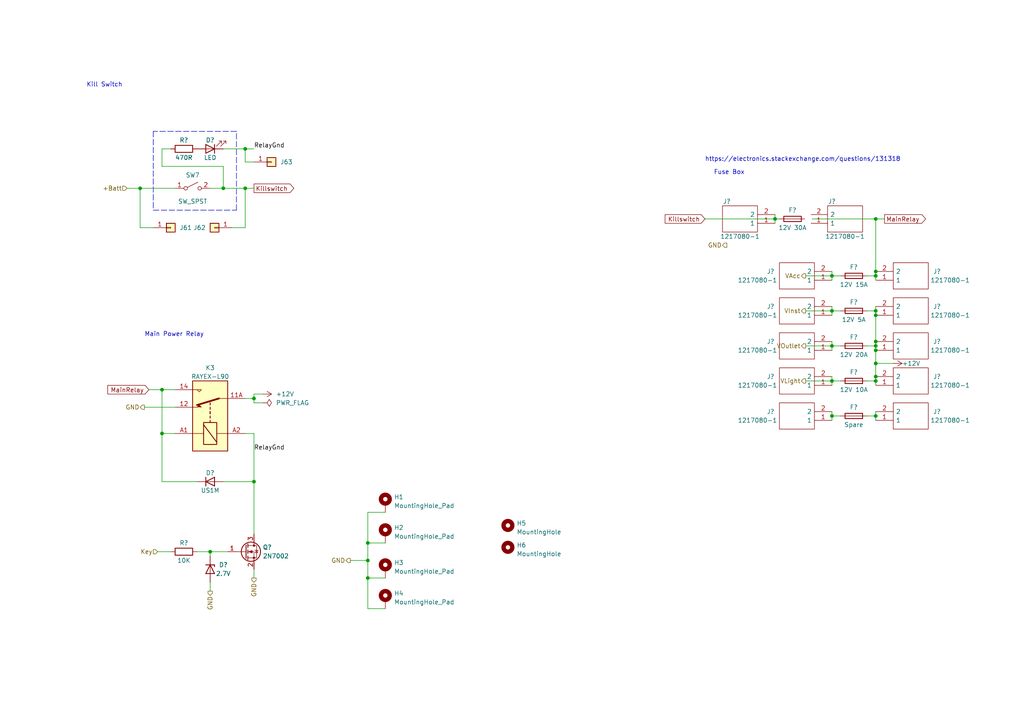
<source format=kicad_sch>
(kicad_sch (version 20230121) (generator eeschema)
  (paper "A4")
  (title_block (comment 4 "Wire gauge: 1mm² / 18AWG"))
  (lib_symbols
    (symbol "+12V_1" (power) (pin_names (offset 0))
      (property "Value" "+12V_1" (at 0 3.556 0))
      (symbol "+12V_1_0_1"
        (polyline (pts (xy -0.762 1.27) (xy 0 2.54)))
        (polyline (pts (xy 0 0) (xy 0 2.54)))
        (polyline (pts (xy 0 2.54) (xy 0.762 1.27)))
      )
      (symbol "+12V_1_1_1"
        (pin power_in line (at 0 0 90) (length 0) hide (name "+12V") (number "1"))
      )
    )
    (symbol "Connector_Generic:Conn_01x01" (pin_names (offset 1.016) hide)
      (property "Reference" "J" (at 0 2.54 0))
      (property "Value" "Conn_01x01" (at 0 -2.54 0))
      (symbol "Conn_01x01_1_1"
        (rectangle (start -1.27 0.127) (end 0 -0.127) (stroke (width 0.1524)))
        (rectangle (start -1.27 1.27) (end 1.27 -1.27) (stroke (width 0.254)) (fill (type background)))
        (pin passive line (at -5.08 0 0) (length 3.81) (name "Pin_1") (number "1"))
      )
    )
    (symbol "Device:Fuse" (pin_numbers hide) (pin_names (offset 0))
      (property "Reference" "F" (at 2.032 0 90))
      (property "Value" "Fuse" (at -1.905 0 90))
      (symbol "Fuse_0_1"
        (rectangle (start -0.762 -2.54) (end 0.762 2.54) (stroke (width 0.254)))
        (polyline (pts (xy 0 2.54) (xy 0 -2.54)))
      )
      (symbol "Fuse_1_1"
        (pin passive line (at 0 3.81 270) (length 1.27) (name "~") (number "1"))
        (pin passive line (at 0 -3.81 90) (length 1.27) (name "~") (number "2"))
      )
    )
    (symbol "Device:LED" (pin_numbers hide) (pin_names (offset 1.016) hide)
      (property "Reference" "D" (at 0 2.54 0))
      (property "Value" "LED" (at 0 -2.54 0))
      (symbol "LED_0_1"
        (polyline (pts (xy -1.27 -1.27) (xy -1.27 1.27)) (stroke (width 0.254)))
        (polyline (pts (xy -1.27 0) (xy 1.27 0)))
        (polyline (pts (xy 1.27 -1.27) (xy 1.27 1.27) (xy -1.27 0) (xy 1.27 -1.27)) (stroke (width 0.254)))
        (polyline (pts (xy -3.048 -0.762) (xy -4.572 -2.286) (xy -3.81 -2.286) (xy -4.572 -2.286) (xy -4.572 -1.524)))
        (polyline (pts (xy -1.778 -0.762) (xy -3.302 -2.286) (xy -2.54 -2.286) (xy -3.302 -2.286) (xy -3.302 -1.524)))
      )
      (symbol "LED_1_1"
        (pin passive line (at -3.81 0 0) (length 2.54) (name "K") (number "1"))
        (pin passive line (at 3.81 0 180) (length 2.54) (name "A") (number "2"))
      )
    )
    (symbol "Device:R" (pin_numbers hide) (pin_names (offset 0))
      (property "Reference" "R" (at 2.032 0 90))
      (property "Value" "R" (at 0 0 90))
      (symbol "R_0_1"
        (rectangle (start -1.016 -2.54) (end 1.016 2.54) (stroke (width 0.254)))
      )
      (symbol "R_1_1"
        (pin passive line (at 0 3.81 270) (length 1.27) (name "~") (number "1"))
        (pin passive line (at 0 -3.81 90) (length 1.27) (name "~") (number "2"))
      )
    )
    (symbol "Diode:BZV55C2V7" (pin_numbers hide) (pin_names hide)
      (property "Reference" "D" (at 0 2.54 0))
      (property "Value" "BZV55C2V7" (at 0 -2.54 0))
      (symbol "BZV55C2V7_0_1"
        (polyline (pts (xy 1.27 0) (xy -1.27 0)))
        (polyline (pts (xy -1.27 -1.27) (xy -1.27 1.27) (xy -0.762 1.27)) (stroke (width 0.254)))
        (polyline (pts (xy 1.27 -1.27) (xy 1.27 1.27) (xy -1.27 0) (xy 1.27 -1.27)) (stroke (width 0.254)))
      )
      (symbol "BZV55C2V7_1_1"
        (pin passive line (at -3.81 0 0) (length 2.54) (name "K") (number "1"))
        (pin passive line (at 3.81 0 180) (length 2.54) (name "A") (number "2"))
      )
    )
    (symbol "Diode:US1M" (pin_numbers hide) (pin_names hide)
      (property "Reference" "D" (at 0 2.54 0))
      (property "Value" "US1M" (at 0 -2.54 0))
      (symbol "US1M_0_1"
        (polyline (pts (xy -1.27 1.27) (xy -1.27 -1.27)) (stroke (width 0.254)))
        (polyline (pts (xy 1.27 0) (xy -1.27 0)))
        (polyline (pts (xy 1.27 1.27) (xy 1.27 -1.27) (xy -1.27 0) (xy 1.27 1.27)) (stroke (width 0.254)))
      )
      (symbol "US1M_1_1"
        (pin passive line (at -3.81 0 0) (length 2.54) (name "K") (number "1"))
        (pin passive line (at 3.81 0 180) (length 2.54) (name "A") (number "2"))
      )
    )
    (symbol "Mechanical:MountingHole" (pin_names (offset 1.016))
      (property "Reference" "H" (at 0 5.08 0))
      (property "Value" "MountingHole" (at 0 3.175 0))
      (symbol "MountingHole_0_1"
        (circle (center 0 0) (radius 1.27) (stroke (width 1.27)))
      )
    )
    (symbol "Mechanical:MountingHole_Pad" (pin_numbers hide) (pin_names (offset 1.016) hide)
      (property "Reference" "H" (at 0 6.35 0))
      (property "Value" "MountingHole_Pad" (at 0 4.445 0))
      (symbol "MountingHole_Pad_0_1"
        (circle (center 0 1.27) (radius 1.27) (stroke (width 1.27)))
      )
      (symbol "MountingHole_Pad_1_1"
        (pin input line (at 0 -2.54 90) (length 2.54) (name "1") (number "1"))
      )
    )
    (symbol "Relay:RAYEX-L90"
      (property "Reference" "K" (at 11.43 3.81 0))
      (property "Value" "RAYEX-L90" (at 11.43 1.27 0))
      (symbol "RAYEX-L90_1_0"
        (polyline (pts (xy 2.54 3.81) (xy 2.54 5.08)))
        (polyline (pts (xy 7.62 3.81) (xy 7.62 5.08)))
        (polyline (pts (xy 7.62 3.81) (xy 7.62 2.54) (xy 6.985 3.175) (xy 7.62 3.81)))
      )
      (symbol "RAYEX-L90_1_1"
        (rectangle (start -10.16 5.08) (end 10.16 -5.08) (stroke (width 0.254)) (fill (type background)))
        (rectangle (start -8.255 1.905) (end -1.905 -1.905) (stroke (width 0.254)))
        (polyline (pts (xy -7.62 -1.905) (xy -2.54 1.905)) (stroke (width 0.254)))
        (polyline (pts (xy -5.08 -5.08) (xy -5.08 -1.905)))
        (polyline (pts (xy -5.08 5.08) (xy -5.08 1.905)))
        (polyline (pts (xy -1.905 0) (xy -1.27 0)) (stroke (width 0.254)))
        (polyline (pts (xy -0.635 0) (xy 0 0)) (stroke (width 0.254)))
        (polyline (pts (xy 0.635 0) (xy 1.27 0)) (stroke (width 0.254)))
        (polyline (pts (xy 0.635 0) (xy 1.27 0)) (stroke (width 0.254)))
        (polyline (pts (xy 1.905 0) (xy 2.54 0)) (stroke (width 0.254)))
        (polyline (pts (xy 3.175 0) (xy 3.81 0)) (stroke (width 0.254)))
        (polyline (pts (xy 5.08 -2.54) (xy 3.175 3.81)) (stroke (width 0.508)))
        (polyline (pts (xy 5.08 -2.54) (xy 5.08 -5.08)))
        (polyline (pts (xy 2.54 2.54) (xy 3.175 3.175) (xy 2.54 3.81)) (fill (type outline)))
        (pin passive line (at 5.08 -10.16 90) (length 5.08) (name "~") (number "11A"))
        (pin passive line (at 5.08 -10.16 90) (length 5.08) hide (name "~") (number "11B"))
        (pin passive line (at 2.54 10.16 270) (length 5.08) (name "~") (number "12"))
        (pin passive line (at 7.62 10.16 270) (length 5.08) (name "~") (number "14"))
        (pin passive line (at -5.08 10.16 270) (length 5.08) (name "~") (number "A1"))
        (pin passive line (at -5.08 -10.16 90) (length 5.08) (name "~") (number "A2"))
      )
    )
    (symbol "SamacSys_Parts:1217080-1" (pin_names (offset 0.762))
      (property "Reference" "J" (at 16.51 7.62 0))
      (property "Value" "1217080-1" (at 16.51 5.08 0))
      (symbol "1217080-1_0_0"
        (pin passive line (at 0 0 0) (length 5.08) (name "1") (number "1"))
        (pin passive line (at 0 -2.54 0) (length 5.08) (name "2") (number "2"))
      )
      (symbol "1217080-1_0_1"
        (polyline (pts (xy 5.08 2.54) (xy 15.24 2.54) (xy 15.24 -5.08) (xy 5.08 -5.08) (xy 5.08 2.54)) (stroke (width 0.1524)))
      )
    )
    (symbol "Switch:SW_SPST" (pin_names (offset 0) hide)
      (property "Reference" "SW" (at 0 3.175 0))
      (property "Value" "SW_SPST" (at 0 -2.54 0))
      (symbol "SW_SPST_0_0"
        (circle (center -2.032 0) (radius 0.508))
        (polyline (pts (xy -1.524 0.254) (xy 1.524 1.778)))
        (circle (center 2.032 0) (radius 0.508))
      )
      (symbol "SW_SPST_1_1"
        (pin passive line (at -5.08 0 0) (length 2.54) (name "A") (number "1"))
        (pin passive line (at 5.08 0 180) (length 2.54) (name "B") (number "2"))
      )
    )
    (symbol "Transistor_FET:2N7002" (pin_names hide)
      (property "Reference" "Q" (at 5.08 1.905 0))
      (property "Value" "2N7002" (at 5.08 0 0))
      (symbol "2N7002_0_1"
        (polyline (pts (xy 0.254 0) (xy -2.54 0)))
        (polyline (pts (xy 0.254 1.905) (xy 0.254 -1.905)) (stroke (width 0.254)))
        (polyline (pts (xy 0.762 -1.27) (xy 0.762 -2.286)) (stroke (width 0.254)))
        (polyline (pts (xy 0.762 0.508) (xy 0.762 -0.508)) (stroke (width 0.254)))
        (polyline (pts (xy 0.762 2.286) (xy 0.762 1.27)) (stroke (width 0.254)))
        (polyline (pts (xy 2.54 2.54) (xy 2.54 1.778)))
        (polyline (pts (xy 2.54 -2.54) (xy 2.54 0) (xy 0.762 0)))
        (polyline (pts (xy 0.762 -1.778) (xy 3.302 -1.778) (xy 3.302 1.778) (xy 0.762 1.778)))
        (polyline (pts (xy 1.016 0) (xy 2.032 0.381) (xy 2.032 -0.381) (xy 1.016 0)) (fill (type outline)))
        (polyline (pts (xy 2.794 0.508) (xy 2.921 0.381) (xy 3.683 0.381) (xy 3.81 0.254)))
        (polyline (pts (xy 3.302 0.381) (xy 2.921 -0.254) (xy 3.683 -0.254) (xy 3.302 0.381)))
        (circle (center 1.651 0) (radius 2.794) (stroke (width 0.254)))
        (circle (center 2.54 -1.778) (radius 0.254) (fill (type outline)))
        (circle (center 2.54 1.778) (radius 0.254) (fill (type outline)))
      )
      (symbol "2N7002_1_1"
        (pin input line (at -5.08 0 0) (length 2.54) (name "G") (number "1"))
        (pin passive line (at 2.54 -5.08 90) (length 2.54) (name "S") (number "2"))
        (pin passive line (at 2.54 5.08 270) (length 2.54) (name "D") (number "3"))
      )
    )
    (symbol "power:PWR_FLAG" (power) (pin_numbers hide) (pin_names (offset 0) hide)
      (property "Value" "PWR_FLAG" (at 0 3.81 0))
      (symbol "PWR_FLAG_0_0"
        (pin power_out line (at 0 0 90) (length 0) (name "pwr") (number "1"))
      )
      (symbol "PWR_FLAG_0_1"
        (polyline (pts (xy 0 0) (xy 0 1.27) (xy -1.016 1.905) (xy 0 2.54) (xy 1.016 1.905) (xy 0 1.27)))
      )
    )
  )
  (junction (at 241.3 120.65))
  (junction (at 254 109.22))
  (junction (at 224.79 63.5))
  (junction (at 254 91.44))
  (junction (at 254 90.17))
  (junction (at 73.66 139.7))
  (junction (at 106.68 167.64))
  (junction (at 241.3 100.33))
  (junction (at 40.64 54.61))
  (junction (at 254 63.5))
  (junction (at 46.99 113.03))
  (junction (at 254 110.49))
  (junction (at 254 101.6))
  (junction (at 241.3 80.01))
  (junction (at 64.77 54.61))
  (junction (at 106.68 157.48))
  (junction (at 71.12 43.18))
  (junction (at 241.3 110.49))
  (junction (at 254 80.01))
  (junction (at 254 78.74))
  (junction (at 254 99.06))
  (junction (at 234.95 63.5) (color 255 255 255 1))
  (junction (at 241.3 90.17))
  (junction (at 60.96 160.02))
  (junction (at 254 105.41))
  (junction (at 71.12 54.61))
  (junction (at 73.66 115.57))
  (junction (at 254 100.33))
  (junction (at 46.99 125.73))
  (junction (at 106.68 162.56))
  (junction (at 254 120.65))
  (wire (pts (xy 241.3 80.01) (xy 241.3 81.28)))
  (wire (pts (xy 46.99 139.7) (xy 46.99 125.73)))
  (wire (pts (xy 45.72 160.02) (xy 49.53 160.02)))
  (wire (pts (xy 43.18 113.03) (xy 46.99 113.03)))
  (wire (pts (xy 76.2 116.84) (xy 73.66 116.84)))
  (wire (pts (xy 73.66 116.84) (xy 73.66 115.57)))
  (wire (pts (xy 233.68 90.17) (xy 241.3 90.17)))
  (wire (pts (xy 73.66 46.99) (xy 71.12 46.99)))
  (wire (pts (xy 254 88.9) (xy 254 90.17)))
  (wire (pts (xy 73.66 139.7) (xy 73.66 154.94)))
  (wire (pts (xy 241.3 120.65) (xy 241.3 121.92)))
  (wire (pts (xy 254 91.44) (xy 254 99.06)))
  (wire (pts (xy 254 119.38) (xy 254 120.65)))
  (wire (pts (xy 234.95 63.5) (xy 254 63.5)))
  (wire (pts (xy 64.77 139.7) (xy 73.66 139.7)))
  (wire (pts (xy 224.79 63.5) (xy 226.06 63.5)))
  (wire (pts (xy 67.31 66.04) (xy 71.12 66.04)))
  (wire (pts (xy 60.96 161.29) (xy 60.96 160.02)))
  (wire (pts (xy 71.12 66.04) (xy 71.12 54.61)))
  (wire (pts (xy 233.68 63.5) (xy 234.95 63.5)) (stroke (width 0.5) (color 255 255 255 1)))
  (wire (pts (xy 106.68 157.48) (xy 111.76 157.48)))
  (wire (pts (xy 57.15 139.7) (xy 46.99 139.7)))
  (wire (pts (xy 106.68 162.56) (xy 106.68 157.48)))
  (wire (pts (xy 241.3 78.74) (xy 241.3 80.01)))
  (wire (pts (xy 64.77 43.18) (xy 71.12 43.18)))
  (wire (pts (xy 233.68 100.33) (xy 241.3 100.33)))
  (wire (pts (xy 254 90.17) (xy 254 91.44)))
  (wire (pts (xy 111.76 148.59) (xy 106.68 148.59)))
  (wire (pts (xy 233.68 110.49) (xy 241.3 110.49)))
  (wire (pts (xy 234.95 63.5) (xy 234.95 64.77)) (stroke (width 0.5) (color 255 255 255 1)))
  (wire (pts (xy 251.46 120.65) (xy 254 120.65)))
  (wire (pts (xy 254 80.01) (xy 254 81.28)))
  (wire (pts (xy 251.46 110.49) (xy 254 110.49)))
  (wire (pts (xy 60.96 160.02) (xy 66.04 160.02)))
  (wire (pts (xy 44.45 66.04) (xy 40.64 66.04)))
  (wire (pts (xy 241.3 110.49) (xy 241.3 111.76)))
  (wire (pts (xy 64.77 48.26) (xy 64.77 54.61)))
  (wire (pts (xy 254 100.33) (xy 254 101.6)))
  (polyline (pts (xy 44.45 60.96) (xy 68.58 60.96)) (stroke (width 0) (type dash)))
  (wire (pts (xy 106.68 162.56) (xy 106.68 167.64)))
  (wire (pts (xy 254 110.49) (xy 254 111.76)))
  (wire (pts (xy 233.68 80.01) (xy 241.3 80.01)))
  (wire (pts (xy 241.3 109.22) (xy 241.3 110.49)))
  (wire (pts (xy 71.12 46.99) (xy 71.12 43.18)))
  (wire (pts (xy 101.6 162.56) (xy 106.68 162.56)))
  (wire (pts (xy 46.99 113.03) (xy 50.8 113.03)))
  (wire (pts (xy 241.3 90.17) (xy 241.3 91.44)))
  (wire (pts (xy 224.79 62.23) (xy 224.79 63.5)))
  (wire (pts (xy 71.12 54.61) (xy 73.66 54.61)))
  (wire (pts (xy 259.08 105.41) (xy 254 105.41)))
  (wire (pts (xy 73.66 165.1) (xy 73.66 167.64)))
  (wire (pts (xy 204.47 63.5) (xy 224.79 63.5)))
  (wire (pts (xy 234.95 62.23) (xy 234.95 63.5)) (stroke (width 0.5) (color 255 255 255 1)))
  (wire (pts (xy 71.12 115.57) (xy 73.66 115.57)))
  (wire (pts (xy 46.99 43.18) (xy 46.99 48.26)))
  (wire (pts (xy 46.99 125.73) (xy 50.8 125.73)))
  (wire (pts (xy 251.46 80.01) (xy 254 80.01)))
  (wire (pts (xy 241.3 99.06) (xy 241.3 100.33)))
  (wire (pts (xy 251.46 90.17) (xy 254 90.17)))
  (wire (pts (xy 254 105.41) (xy 254 109.22)))
  (wire (pts (xy 241.3 100.33) (xy 243.84 100.33)))
  (wire (pts (xy 40.64 54.61) (xy 50.8 54.61)))
  (wire (pts (xy 241.3 120.65) (xy 243.84 120.65)))
  (wire (pts (xy 71.12 125.73) (xy 73.66 125.73)))
  (wire (pts (xy 254 99.06) (xy 254 100.33)))
  (wire (pts (xy 60.96 54.61) (xy 64.77 54.61)))
  (wire (pts (xy 241.3 119.38) (xy 241.3 120.65)))
  (wire (pts (xy 254 78.74) (xy 254 80.01)))
  (wire (pts (xy 254 63.5) (xy 254 78.74)))
  (wire (pts (xy 73.66 125.73) (xy 73.66 139.7)))
  (wire (pts (xy 64.77 54.61) (xy 71.12 54.61)))
  (wire (pts (xy 254 109.22) (xy 254 110.49)))
  (wire (pts (xy 224.79 63.5) (xy 224.79 64.77)))
  (wire (pts (xy 41.91 118.11) (xy 50.8 118.11)))
  (wire (pts (xy 60.96 168.91) (xy 60.96 171.45)))
  (polyline (pts (xy 68.58 60.96) (xy 68.58 38.1)) (stroke (width 0) (type dash)))
  (wire (pts (xy 36.83 54.61) (xy 40.64 54.61)))
  (wire (pts (xy 106.68 148.59) (xy 106.68 157.48)))
  (wire (pts (xy 57.15 160.02) (xy 60.96 160.02)))
  (wire (pts (xy 40.64 66.04) (xy 40.64 54.61)))
  (wire (pts (xy 46.99 48.26) (xy 64.77 48.26)))
  (wire (pts (xy 251.46 100.33) (xy 254 100.33)))
  (wire (pts (xy 241.3 100.33) (xy 241.3 101.6)))
  (wire (pts (xy 49.53 43.18) (xy 46.99 43.18)))
  (polyline (pts (xy 68.58 38.1) (xy 44.45 38.1)) (stroke (width 0) (type dash)))
  (wire (pts (xy 241.3 80.01) (xy 243.84 80.01)))
  (wire (pts (xy 254 101.6) (xy 254 105.41)))
  (wire (pts (xy 254 63.5) (xy 256.54 63.5)))
  (wire (pts (xy 241.3 90.17) (xy 243.84 90.17)))
  (wire (pts (xy 241.3 88.9) (xy 241.3 90.17)))
  (wire (pts (xy 46.99 113.03) (xy 46.99 125.73)))
  (polyline (pts (xy 44.45 38.1) (xy 44.45 60.96)) (stroke (width 0) (type dash)))
  (wire (pts (xy 254 120.65) (xy 254 121.92)))
  (wire (pts (xy 73.66 114.3) (xy 73.66 115.57)))
  (wire (pts (xy 106.68 167.64) (xy 111.76 167.64)))
  (wire (pts (xy 73.66 114.3) (xy 76.2 114.3)))
  (wire (pts (xy 111.76 176.53) (xy 106.68 176.53)))
  (wire (pts (xy 106.68 176.53) (xy 106.68 167.64)))
  (wire (pts (xy 241.3 110.49) (xy 243.84 110.49)))
  (wire (pts (xy 71.12 43.18) (xy 73.66 43.18)))
  (text "Main Power Relay" (at 41.91 97.79 0) (effects (font (size 1.27 1.27)) (justify left bottom)))
  (text "Kill Switch" (at 35.56 25.4 0) (effects (font (size 1.27 1.27)) (justify right bottom)))
  (text "Fuse Box" (at 207.01 50.8 0) (effects (font (size 1.27 1.27)) (justify left bottom)))
  (text "https://electronics.stackexchange.com/questions/131318" (at 204.47 46.99 0) (effects (font (size 1.27 1.27)) (justify left bottom)))
  (label "RelayGnd" (at 73.66 130.81 0))
  (label "RelayGnd" (at 73.66 43.18 0))
  (global_label "MainRelay" (shape output) (at 256.54 63.5 0) (property "Intersheetrefs" "${INTERSHEET_REFS}" (effects hide)))
  (global_label "Killswitch" (shape input) (at 204.47 63.5 180) (property "Intersheetrefs" "${INTERSHEET_REFS}" (effects hide)))
  (global_label "Killswitch" (shape output) (at 73.66 54.61 0) (property "Intersheetrefs" "${INTERSHEET_REFS}" (effects hide)))
  (global_label "MainRelay" (shape input) (at 43.18 113.03 180) (property "Intersheetrefs" "${INTERSHEET_REFS}" (effects hide)))
  (hierarchical_label "+Batt" (shape input) (at 36.83 54.61 180))
  (hierarchical_label "VInst" (shape output) (at 233.68 90.17 180))
  (hierarchical_label "Key" (shape input) (at 45.72 160.02 180))
  (hierarchical_label "GND" (shape output) (at 101.6 162.56 180))
  (hierarchical_label "GND" (shape output) (at 73.66 167.64 270))
  (hierarchical_label "VOutlet" (shape output) (at 233.68 100.33 180))
  (hierarchical_label "GND" (shape output) (at 41.91 118.11 180))
  (hierarchical_label "VAcc" (shape output) (at 233.68 80.01 180))
  (hierarchical_label "VLight" (shape output) (at 233.68 110.49 180))
  (hierarchical_label "GND" (shape output) (at 60.96 171.45 270))
  (hierarchical_label "GND" (shape output) (at 210.82 71.12 180))
  (symbol (lib_id "Connector_Generic:Conn_01x01") (at 62.23 66.04 0) (mirror y) (unit 1)
    (property "Reference" "J62" (at 59.69 66.04 0) (effects (justify left)))
    (property "Value" "Conn_01x01" (effects hide))
    (property "Footprint" "MountingHole:MountingHole_3.2mm_M3_DIN965_Pad" (effects hide))
  )
  (symbol (lib_id "Device:Fuse") (at 229.87 63.5 270) (mirror x) (unit 1)
    (property "Reference" "F?" (at 229.87 60.96 90))
    (property "Value" "12V 30A" (at 229.87 66.04 90))
    (instances (project "dragstar-infotainment" (path "" (reference "F?") (unit 1)) (path "" (reference "F?") (unit 1)) (path "" (reference "F1") (unit 1))))
  )
  (symbol (lib_id "Connector_Generic:Conn_01x01") (at 78.74 46.99 0) (unit 1)
    (property "Reference" "J63" (at 81.28 46.99 0) (effects (justify left)))
    (property "Value" "Conn_01x01" (effects hide))
    (property "Footprint" "TestPoint:TestPoint_THTPad_D2.5mm_Drill1.2mm" (effects hide))
  )
  (symbol (lib_id "Device:Fuse") (at 247.65 120.65 90) (unit 1)
    (property "Reference" "F?" (at 247.65 118.11 90))
    (property "Value" "Spare" (at 247.65 123.19 90))
    (instances (project "dragstar-infotainment" (path "" (reference "F?") (unit 1)) (path "" (reference "F?") (unit 1)) (path "" (reference "F6") (unit 1))))
  )
  (symbol (lib_id "Diode:US1M") (at 60.96 139.7 0) (unit 1)
    (property "Reference" "D?" (at 60.96 137.16 0))
    (property "Value" "US1M" (at 60.96 142.24 0))
    (property "Footprint" "Diode_SMD:D_SMA" (effects hide))
    (property "Datasheet" "https://www.diodes.com/assets/Datasheets/ds16008.pdf" (effects hide))
    (property "Sim.Device" "D" (effects hide))
    (property "Sim.Pins" "1=K 2=A" (effects hide))
    (property "Vendor" "Mauser" (effects hide))
    (property "Vendor Link" "https://mauser.pt/catalog/product_info.php?products_id=007-0391" (effects hide))
    (property "Vendor Ref" "007-0391" (effects hide))
    (instances (project "dragstar-infotainment" (path "" (reference "D?") (unit 1)) (path "" (reference "D30") (unit 1))))
  )
  (symbol (lib_id "Mechanical:MountingHole") (at 147.32 158.75 0) (unit 1)
    (property "Reference" "H6" (at 149.86 158.115 0) (effects (justify left)))
    (property "Value" "MountingHole" (at 149.86 160.655 0) (effects (justify left)))
    (property "Footprint" "MountingHole:MountingHole_5.3mm_M5_Pad_Via" (effects hide))
  )
  (symbol (lib_id "SamacSys_Parts:1217080-1") (at 241.3 111.76 180) (unit 1)
    (property "Reference" "J?" (at 223.52 109.22 0))
    (property "Value" "1217080-1" (at 219.71 111.76 0))
    (property "Footprint" "1217080-1" (effects hide))
    (property "Datasheet" "http://www.te.com/commerce/DocumentDelivery/DDEController?Action=srchrtrv&DocNm=1217080&DocType=Customer+Drawing&DocLang=English" (effects hide))
    (property "Description" "Receptacle terminal, PCB, FASTON 205/250 TE Connectivity FASTON .205/.250 PCB Terminal, Female, Crimp, Tin Plating" (effects hide))
    (property "Manufacturer_Name" "TE Connectivity" (effects hide))
    (property "Manufacturer_Part_Number" "1217080-1" (effects hide))
    (property "Mouser Part Number" "571-12170801" (effects hide))
    (property "Mouser Price/Stock" "https://www.mouser.co.uk/ProductDetail/TE-Connectivity-AMP/1217080-1?qs=yW2XQG1Ii9FDkxQ9q3B8LA%3D%3D" (effects hide))
    (property "Arrow Part Number" "1217080-1" (effects hide))
    (property "Arrow Price/Stock" "https://www.arrow.com/en/products/1217080-1/te-connectivity?region=europe" (effects hide))
    (instances (project "dragstar-infotainment" (path "" (reference "J?") (unit 1)) (path "" (reference "J69") (unit 1))))
  )
  (symbol (lib_id "Mechanical:MountingHole_Pad") (at 111.76 154.94 0) (unit 1)
    (property "Reference" "H2" (at 114.3 153.035 0) (effects (justify left)))
    (property "Value" "MountingHole_Pad" (at 114.3 155.575 0) (effects (justify left)))
    (property "Footprint" "MountingHole:MountingHole_3.2mm_M3_DIN965_Pad" (effects hide))
  )
  (symbol (lib_id "SamacSys_Parts:1217080-1") (at 241.3 121.92 180) (unit 1)
    (property "Reference" "J?" (at 223.52 119.38 0))
    (property "Value" "1217080-1" (at 219.71 121.92 0))
    (property "Footprint" "1217080-1" (effects hide))
    (property "Datasheet" "http://www.te.com/commerce/DocumentDelivery/DDEController?Action=srchrtrv&DocNm=1217080&DocType=Customer+Drawing&DocLang=English" (effects hide))
    (property "Description" "Receptacle terminal, PCB, FASTON 205/250 TE Connectivity FASTON .205/.250 PCB Terminal, Female, Crimp, Tin Plating" (effects hide))
    (property "Manufacturer_Name" "TE Connectivity" (effects hide))
    (property "Manufacturer_Part_Number" "1217080-1" (effects hide))
    (property "Mouser Part Number" "571-12170801" (effects hide))
    (property "Mouser Price/Stock" "https://www.mouser.co.uk/ProductDetail/TE-Connectivity-AMP/1217080-1?qs=yW2XQG1Ii9FDkxQ9q3B8LA%3D%3D" (effects hide))
    (property "Arrow Part Number" "1217080-1" (effects hide))
    (property "Arrow Price/Stock" "https://www.arrow.com/en/products/1217080-1/te-connectivity?region=europe" (effects hide))
    (instances (project "dragstar-infotainment" (path "" (reference "J?") (unit 1)) (path "" (reference "J70") (unit 1))))
  )
  (symbol (lib_id "SamacSys_Parts:1217080-1") (at 234.95 64.77 0) (mirror x) (unit 1)
    (property "Reference" "J?" (at 241.3 58.42 0))
    (property "Value" "1217080-1" (at 245.11 68.58 0))
    (property "Footprint" "1217080-1" (effects hide))
    (property "Datasheet" "http://www.te.com/commerce/DocumentDelivery/DDEController?Action=srchrtrv&DocNm=1217080&DocType=Customer+Drawing&DocLang=English" (effects hide))
    (property "Description" "Receptacle terminal, PCB, FASTON 205/250 TE Connectivity FASTON .205/.250 PCB Terminal, Female, Crimp, Tin Plating" (effects hide))
    (property "Manufacturer_Name" "TE Connectivity" (effects hide))
    (property "Manufacturer_Part_Number" "1217080-1" (effects hide))
    (property "Mouser Part Number" "571-12170801" (effects hide))
    (property "Mouser Price/Stock" "https://www.mouser.co.uk/ProductDetail/TE-Connectivity-AMP/1217080-1?qs=yW2XQG1Ii9FDkxQ9q3B8LA%3D%3D" (effects hide))
    (property "Arrow Part Number" "1217080-1" (effects hide))
    (property "Arrow Price/Stock" "https://www.arrow.com/en/products/1217080-1/te-connectivity?region=europe" (effects hide))
    (instances (project "dragstar-infotainment" (path "" (reference "J?") (unit 1)) (path "" (reference "J65") (unit 1))))
  )
  (symbol (lib_id "Diode:BZV55C2V7") (at 60.96 165.1 270) (unit 1)
    (property "Reference" "D?" (at 64.77 163.83 90))
    (property "Value" "2.7V" (at 64.77 166.37 90))
    (property "Footprint" "Diode_THT:D_DO-35_SOD27_P7.62mm_Horizontal" (effects hide))
    (property "Datasheet" "https://assets.nexperia.com/documents/data-sheet/BZV55_SER.pdf" (effects hide))
    (property "Vendor" "Mauser" (effects hide))
    (property "Vendor Link" "https://mauser.pt/catalog/product_info.php?products_id=007-0002" (effects hide))
    (property "Vendor Ref" "007-0002" (effects hide))
    (instances (project "dragstar-infotainment" (path "" (reference "D?") (unit 1)) (path "" (reference "D31") (unit 1))))
  )
  (symbol (lib_id "Device:LED") (at 60.96 43.18 180) (unit 1)
    (property "Reference" "D?" (at 60.96 40.64 0))
    (property "Value" "LED" (at 60.96 45.72 0))
    (instances (project "dragstar-infotainment" (path "" (reference "D?") (unit 1)) (path "" (reference "D?") (unit 1)) (path "" (reference "D29") (unit 1))))
  )
  (symbol (lib_id "SamacSys_Parts:1217080-1") (at 254 101.6 0) (mirror x) (unit 1)
    (property "Reference" "J?" (at 271.78 99.06 0))
    (property "Value" "1217080-1" (at 275.59 101.6 0))
    (property "Footprint" "1217080-1" (effects hide))
    (property "Datasheet" "http://www.te.com/commerce/DocumentDelivery/DDEController?Action=srchrtrv&DocNm=1217080&DocType=Customer+Drawing&DocLang=English" (effects hide))
    (property "Description" "Receptacle terminal, PCB, FASTON 205/250 TE Connectivity FASTON .205/.250 PCB Terminal, Female, Crimp, Tin Plating" (effects hide))
    (property "Manufacturer_Name" "TE Connectivity" (effects hide))
    (property "Manufacturer_Part_Number" "1217080-1" (effects hide))
    (property "Mouser Part Number" "571-12170801" (effects hide))
    (property "Mouser Price/Stock" "https://www.mouser.co.uk/ProductDetail/TE-Connectivity-AMP/1217080-1?qs=yW2XQG1Ii9FDkxQ9q3B8LA%3D%3D" (effects hide))
    (property "Arrow Part Number" "1217080-1" (effects hide))
    (property "Arrow Price/Stock" "https://www.arrow.com/en/products/1217080-1/te-connectivity?region=europe" (effects hide))
    (instances (project "dragstar-infotainment" (path "" (reference "J?") (unit 1)) (path "" (reference "J73") (unit 1))))
  )
  (symbol (lib_id "Relay:RAYEX-L90") (at 60.96 120.65 90) (unit 1)
    (property "Reference" "K3" (at 60.96 106.68 90))
    (property "Value" "RAYEX-L90" (at 60.96 109.22 90))
    (property "Footprint" "Local Footprints:Relay_SPDT_RAYEX-L90" (effects hide))
    (property "Datasheet" "https://a3.sofastcdn.com/attachment/7jioKBjnRiiSrjrjknRiwS77gwbf3zmp/L90-SERIES.pdf" (effects hide))
  )
  (symbol (lib_id "Device:Fuse") (at 247.65 100.33 90) (unit 1)
    (property "Reference" "F?" (at 247.65 97.79 90))
    (property "Value" "12V 20A" (at 247.65 102.87 90))
    (instances (project "dragstar-infotainment" (path "" (reference "F?") (unit 1)) (path "" (reference "F?") (unit 1)) (path "" (reference "F4") (unit 1))))
  )
  (symbol (lib_id "SamacSys_Parts:1217080-1") (at 241.3 101.6 180) (unit 1)
    (property "Reference" "J?" (at 223.52 99.06 0))
    (property "Value" "1217080-1" (at 219.71 101.6 0))
    (property "Footprint" "1217080-1" (effects hide))
    (property "Datasheet" "http://www.te.com/commerce/DocumentDelivery/DDEController?Action=srchrtrv&DocNm=1217080&DocType=Customer+Drawing&DocLang=English" (effects hide))
    (property "Description" "Receptacle terminal, PCB, FASTON 205/250 TE Connectivity FASTON .205/.250 PCB Terminal, Female, Crimp, Tin Plating" (effects hide))
    (property "Manufacturer_Name" "TE Connectivity" (effects hide))
    (property "Manufacturer_Part_Number" "1217080-1" (effects hide))
    (property "Mouser Part Number" "571-12170801" (effects hide))
    (property "Mouser Price/Stock" "https://www.mouser.co.uk/ProductDetail/TE-Connectivity-AMP/1217080-1?qs=yW2XQG1Ii9FDkxQ9q3B8LA%3D%3D" (effects hide))
    (property "Arrow Part Number" "1217080-1" (effects hide))
    (property "Arrow Price/Stock" "https://www.arrow.com/en/products/1217080-1/te-connectivity?region=europe" (effects hide))
    (instances (project "dragstar-infotainment" (path "" (reference "J?") (unit 1)) (path "" (reference "J68") (unit 1))))
  )
  (symbol (lib_id "SamacSys_Parts:1217080-1") (at 254 81.28 0) (mirror x) (unit 1)
    (property "Reference" "J?" (at 271.78 78.74 0))
    (property "Value" "1217080-1" (at 275.59 81.28 0))
    (property "Footprint" "1217080-1" (effects hide))
    (property "Datasheet" "http://www.te.com/commerce/DocumentDelivery/DDEController?Action=srchrtrv&DocNm=1217080&DocType=Customer+Drawing&DocLang=English" (effects hide))
    (property "Description" "Receptacle terminal, PCB, FASTON 205/250 TE Connectivity FASTON .205/.250 PCB Terminal, Female, Crimp, Tin Plating" (effects hide))
    (property "Manufacturer_Name" "TE Connectivity" (effects hide))
    (property "Manufacturer_Part_Number" "1217080-1" (effects hide))
    (property "Mouser Part Number" "571-12170801" (effects hide))
    (property "Mouser Price/Stock" "https://www.mouser.co.uk/ProductDetail/TE-Connectivity-AMP/1217080-1?qs=yW2XQG1Ii9FDkxQ9q3B8LA%3D%3D" (effects hide))
    (property "Arrow Part Number" "1217080-1" (effects hide))
    (property "Arrow Price/Stock" "https://www.arrow.com/en/products/1217080-1/te-connectivity?region=europe" (effects hide))
    (instances (project "dragstar-infotainment" (path "" (reference "J?") (unit 1)) (path "" (reference "J71") (unit 1))))
  )
  (symbol (lib_id "Device:Fuse") (at 247.65 110.49 90) (unit 1)
    (property "Reference" "F?" (at 247.65 107.95 90))
    (property "Value" "12V 10A" (at 247.65 113.03 90))
    (instances (project "dragstar-infotainment" (path "" (reference "F?") (unit 1)) (path "" (reference "F?") (unit 1)) (path "" (reference "F5") (unit 1))))
  )
  (symbol (lib_id "power:PWR_FLAG") (at 76.2 116.84 270) (unit 1)
    (property "Reference" "#FLG?" (effects hide))
    (property "Value" "PWR_FLAG" (at 80.01 116.84 90) (effects (justify left)))
    (instances (project "dragstar-infotainment" (path "" (reference "#FLG?") (unit 1)) (path "" (reference "#FLG011") (unit 1))))
  )
  (symbol (lib_id "Switch:SW_SPST") (at 55.88 54.61 0) (unit 1)
    (property "Reference" "SW7" (at 55.88 50.8 0))
    (property "Value" "SW_SPST" (at 55.88 58.42 0))
  )
  (symbol (lib_id "SamacSys_Parts:1217080-1") (at 254 111.76 0) (mirror x) (unit 1)
    (property "Reference" "J?" (at 271.78 109.22 0))
    (property "Value" "1217080-1" (at 275.59 111.76 0))
    (property "Footprint" "1217080-1" (effects hide))
    (property "Datasheet" "http://www.te.com/commerce/DocumentDelivery/DDEController?Action=srchrtrv&DocNm=1217080&DocType=Customer+Drawing&DocLang=English" (effects hide))
    (property "Description" "Receptacle terminal, PCB, FASTON 205/250 TE Connectivity FASTON .205/.250 PCB Terminal, Female, Crimp, Tin Plating" (effects hide))
    (property "Manufacturer_Name" "TE Connectivity" (effects hide))
    (property "Manufacturer_Part_Number" "1217080-1" (effects hide))
    (property "Mouser Part Number" "571-12170801" (effects hide))
    (property "Mouser Price/Stock" "https://www.mouser.co.uk/ProductDetail/TE-Connectivity-AMP/1217080-1?qs=yW2XQG1Ii9FDkxQ9q3B8LA%3D%3D" (effects hide))
    (property "Arrow Part Number" "1217080-1" (effects hide))
    (property "Arrow Price/Stock" "https://www.arrow.com/en/products/1217080-1/te-connectivity?region=europe" (effects hide))
    (instances (project "dragstar-infotainment" (path "" (reference "J?") (unit 1)) (path "" (reference "J74") (unit 1))))
  )
  (symbol (lib_id "Mechanical:MountingHole_Pad") (at 111.76 165.1 0) (unit 1)
    (property "Reference" "H3" (at 114.3 163.195 0) (effects (justify left)))
    (property "Value" "MountingHole_Pad" (at 114.3 165.735 0) (effects (justify left)))
    (property "Footprint" "MountingHole:MountingHole_3.2mm_M3_DIN965_Pad" (effects hide))
  )
  (symbol (lib_id "Transistor_FET:2N7002") (at 71.12 160.02 0) (unit 1)
    (property "Reference" "Q?" (at 76.2 158.75 0) (effects (justify left)))
    (property "Value" "2N7002" (at 76.2 161.29 0) (effects (justify left)))
    (property "Footprint" "Package_TO_SOT_SMD:SOT-23" (effects hide))
    (property "Datasheet" "https://www.onsemi.com/pub/Collateral/NDS7002A-D.PDF" (effects hide))
    (property "Vendor" "Mauser" (effects hide))
    (property "Vendor Link" "https://mauser.pt/catalog/product_info.php?products_id=002-0283" (effects hide))
    (property "Vendor Ref" "002-0283" (effects hide))
    (instances (project "dragstar-infotainment" (path "" (reference "Q?") (unit 1)) (path "" (reference "Q7") (unit 1))))
  )
  (symbol (lib_id "SamacSys_Parts:1217080-1") (at 254 121.92 0) (mirror x) (unit 1)
    (property "Reference" "J?" (at 271.78 119.38 0))
    (property "Value" "1217080-1" (at 275.59 121.92 0))
    (property "Footprint" "1217080-1" (effects hide))
    (property "Datasheet" "http://www.te.com/commerce/DocumentDelivery/DDEController?Action=srchrtrv&DocNm=1217080&DocType=Customer+Drawing&DocLang=English" (effects hide))
    (property "Description" "Receptacle terminal, PCB, FASTON 205/250 TE Connectivity FASTON .205/.250 PCB Terminal, Female, Crimp, Tin Plating" (effects hide))
    (property "Manufacturer_Name" "TE Connectivity" (effects hide))
    (property "Manufacturer_Part_Number" "1217080-1" (effects hide))
    (property "Mouser Part Number" "571-12170801" (effects hide))
    (property "Mouser Price/Stock" "https://www.mouser.co.uk/ProductDetail/TE-Connectivity-AMP/1217080-1?qs=yW2XQG1Ii9FDkxQ9q3B8LA%3D%3D" (effects hide))
    (property "Arrow Part Number" "1217080-1" (effects hide))
    (property "Arrow Price/Stock" "https://www.arrow.com/en/products/1217080-1/te-connectivity?region=europe" (effects hide))
    (instances (project "dragstar-infotainment" (path "" (reference "J?") (unit 1)) (path "" (reference "J75") (unit 1))))
  )
  (symbol (lib_id "Mechanical:MountingHole_Pad") (at 111.76 146.05 0) (unit 1)
    (property "Reference" "H1" (at 114.3 144.145 0) (effects (justify left)))
    (property "Value" "MountingHole_Pad" (at 114.3 146.685 0) (effects (justify left)))
    (property "Footprint" "MountingHole:MountingHole_3.2mm_M3_DIN965_Pad" (effects hide))
  )
  (symbol (lib_id "Mechanical:MountingHole") (at 147.32 152.4 0) (unit 1)
    (property "Reference" "H5" (at 149.86 151.765 0) (effects (justify left)))
    (property "Value" "MountingHole" (at 149.86 154.305 0) (effects (justify left)))
    (property "Footprint" "MountingHole:MountingHole_5.3mm_M5_Pad_Via" (effects hide))
  )
  (symbol (lib_id "Connector_Generic:Conn_01x01") (at 49.53 66.04 0) (unit 1)
    (property "Reference" "J61" (at 52.07 66.04 0) (effects (justify left)))
    (property "Value" "Conn_01x01" (effects hide))
    (property "Footprint" "MountingHole:MountingHole_3.2mm_M3_DIN965_Pad" (effects hide))
  )
  (symbol (lib_name "+12V_1") (lib_id "power:+12V") (at 259.08 105.41 270) (mirror x) (unit 1)
    (property "Reference" "#PWR?" (effects hide))
    (property "Value" "+12V" (at 261.62 105.41 90) (effects (justify left)))
    (instances (project "dragstar-infotainment" (path "" (reference "#PWR?") (unit 1)) (path "" (reference "#PWR?") (unit 1)) (path "" (reference "#PWR099") (unit 1))))
  )
  (symbol (lib_id "SamacSys_Parts:1217080-1") (at 254 91.44 0) (mirror x) (unit 1)
    (property "Reference" "J?" (at 271.78 88.9 0))
    (property "Value" "1217080-1" (at 275.59 91.44 0))
    (property "Footprint" "1217080-1" (effects hide))
    (property "Datasheet" "http://www.te.com/commerce/DocumentDelivery/DDEController?Action=srchrtrv&DocNm=1217080&DocType=Customer+Drawing&DocLang=English" (effects hide))
    (property "Description" "Receptacle terminal, PCB, FASTON 205/250 TE Connectivity FASTON .205/.250 PCB Terminal, Female, Crimp, Tin Plating" (effects hide))
    (property "Manufacturer_Name" "TE Connectivity" (effects hide))
    (property "Manufacturer_Part_Number" "1217080-1" (effects hide))
    (property "Mouser Part Number" "571-12170801" (effects hide))
    (property "Mouser Price/Stock" "https://www.mouser.co.uk/ProductDetail/TE-Connectivity-AMP/1217080-1?qs=yW2XQG1Ii9FDkxQ9q3B8LA%3D%3D" (effects hide))
    (property "Arrow Part Number" "1217080-1" (effects hide))
    (property "Arrow Price/Stock" "https://www.arrow.com/en/products/1217080-1/te-connectivity?region=europe" (effects hide))
    (instances (project "dragstar-infotainment" (path "" (reference "J?") (unit 1)) (path "" (reference "J72") (unit 1))))
  )
  (symbol (lib_id "Device:R") (at 53.34 160.02 90) (unit 1)
    (property "Reference" "R?" (at 53.34 157.48 90))
    (property "Value" "10K" (at 53.34 162.56 90))
    (property "Footprint" "Resistor_SMD:R_1206_3216Metric_Pad1.30x1.75mm_HandSolder" (effects hide))
    (property "Datasheet" "https://mauser.pt/catalog/product_info.php?products_id=104-7556" (effects hide))
    (property "Power" "0.5W" (effects hide))
    (property "Tolerance" " ±5%" (effects hide))
    (property "Vendor" "Mauser" (effects hide))
    (property "Vendor Link" "https://mauser.pt/catalog/product_info.php?products_id=104-7556" (effects hide))
    (property "Vendor Ref" "104-7556" (effects hide))
    (instances (project "dragstar-infotainment" (path "" (reference "R?") (unit 1)) (path "" (reference "R?") (unit 1)) (path "" (reference "R23") (unit 1))))
  )
  (symbol (lib_id "Mechanical:MountingHole_Pad") (at 111.76 173.99 0) (unit 1)
    (property "Reference" "H4" (at 114.3 172.085 0) (effects (justify left)))
    (property "Value" "MountingHole_Pad" (at 114.3 174.625 0) (effects (justify left)))
    (property "Footprint" "MountingHole:MountingHole_3.2mm_M3_DIN965_Pad" (effects hide))
  )
  (symbol (lib_id "SamacSys_Parts:1217080-1") (at 241.3 81.28 180) (unit 1)
    (property "Reference" "J?" (at 223.52 78.74 0))
    (property "Value" "1217080-1" (at 219.71 81.28 0))
    (property "Footprint" "1217080-1" (effects hide))
    (property "Datasheet" "http://www.te.com/commerce/DocumentDelivery/DDEController?Action=srchrtrv&DocNm=1217080&DocType=Customer+Drawing&DocLang=English" (effects hide))
    (property "Description" "Receptacle terminal, PCB, FASTON 205/250 TE Connectivity FASTON .205/.250 PCB Terminal, Female, Crimp, Tin Plating" (effects hide))
    (property "Manufacturer_Name" "TE Connectivity" (effects hide))
    (property "Manufacturer_Part_Number" "1217080-1" (effects hide))
    (property "Mouser Part Number" "571-12170801" (effects hide))
    (property "Mouser Price/Stock" "https://www.mouser.co.uk/ProductDetail/TE-Connectivity-AMP/1217080-1?qs=yW2XQG1Ii9FDkxQ9q3B8LA%3D%3D" (effects hide))
    (property "Arrow Part Number" "1217080-1" (effects hide))
    (property "Arrow Price/Stock" "https://www.arrow.com/en/products/1217080-1/te-connectivity?region=europe" (effects hide))
    (instances (project "dragstar-infotainment" (path "" (reference "J?") (unit 1)) (path "" (reference "J66") (unit 1))))
  )
  (symbol (lib_id "Device:R") (at 53.34 43.18 270) (unit 1)
    (property "Reference" "R?" (at 53.34 40.64 90))
    (property "Value" "470R" (at 53.34 45.72 90))
    (instances (project "dragstar-infotainment" (path "" (reference "R?") (unit 1)) (path "" (reference "R?") (unit 1)) (path "" (reference "R22") (unit 1))))
  )
  (symbol (lib_id "SamacSys_Parts:1217080-1") (at 241.3 91.44 180) (unit 1)
    (property "Reference" "J?" (at 223.52 88.9 0))
    (property "Value" "1217080-1" (at 219.71 91.44 0))
    (property "Footprint" "1217080-1" (effects hide))
    (property "Datasheet" "http://www.te.com/commerce/DocumentDelivery/DDEController?Action=srchrtrv&DocNm=1217080&DocType=Customer+Drawing&DocLang=English" (effects hide))
    (property "Description" "Receptacle terminal, PCB, FASTON 205/250 TE Connectivity FASTON .205/.250 PCB Terminal, Female, Crimp, Tin Plating" (effects hide))
    (property "Manufacturer_Name" "TE Connectivity" (effects hide))
    (property "Manufacturer_Part_Number" "1217080-1" (effects hide))
    (property "Mouser Part Number" "571-12170801" (effects hide))
    (property "Mouser Price/Stock" "https://www.mouser.co.uk/ProductDetail/TE-Connectivity-AMP/1217080-1?qs=yW2XQG1Ii9FDkxQ9q3B8LA%3D%3D" (effects hide))
    (property "Arrow Part Number" "1217080-1" (effects hide))
    (property "Arrow Price/Stock" "https://www.arrow.com/en/products/1217080-1/te-connectivity?region=europe" (effects hide))
    (instances (project "dragstar-infotainment" (path "" (reference "J?") (unit 1)) (path "" (reference "J67") (unit 1))))
  )
  (symbol (lib_name "+12V_1") (lib_id "power:+12V") (at 76.2 114.3 270) (unit 1)
    (property "Reference" "#PWR?" (effects hide))
    (property "Value" "+12V" (at 80.01 114.3 90) (effects (justify left)))
    (instances (project "dragstar-infotainment" (path "" (reference "#PWR?") (unit 1)) (path "" (reference "#PWR?") (unit 1)) (path "" (reference "#PWR097") (unit 1))))
  )
  (symbol (lib_id "SamacSys_Parts:1217080-1") (at 224.79 64.77 180) (unit 1)
    (property "Reference" "J?" (at 210.82 58.42 0))
    (property "Value" "1217080-1" (at 214.63 68.58 0))
    (property "Footprint" "1217080-1" (effects hide))
    (property "Datasheet" "http://www.te.com/commerce/DocumentDelivery/DDEController?Action=srchrtrv&DocNm=1217080&DocType=Customer+Drawing&DocLang=English" (effects hide))
    (property "Description" "Receptacle terminal, PCB, FASTON 205/250 TE Connectivity FASTON .205/.250 PCB Terminal, Female, Crimp, Tin Plating" (effects hide))
    (property "Manufacturer_Name" "TE Connectivity" (effects hide))
    (property "Manufacturer_Part_Number" "1217080-1" (effects hide))
    (property "Mouser Part Number" "571-12170801" (effects hide))
    (property "Mouser Price/Stock" "https://www.mouser.co.uk/ProductDetail/TE-Connectivity-AMP/1217080-1?qs=yW2XQG1Ii9FDkxQ9q3B8LA%3D%3D" (effects hide))
    (property "Arrow Part Number" "1217080-1" (effects hide))
    (property "Arrow Price/Stock" "https://www.arrow.com/en/products/1217080-1/te-connectivity?region=europe" (effects hide))
    (instances (project "dragstar-infotainment" (path "" (reference "J?") (unit 1)) (path "" (reference "J64") (unit 1))))
  )
  (symbol (lib_id "Device:Fuse") (at 247.65 90.17 270) (unit 1)
    (property "Reference" "F?" (at 247.65 87.63 90))
    (property "Value" "12V 5A" (at 247.65 92.71 90))
    (instances (project "dragstar-infotainment" (path "" (reference "F?") (unit 1)) (path "" (reference "F?") (unit 1)) (path "" (reference "F3") (unit 1))))
  )
  (symbol (lib_id "Device:Fuse") (at 247.65 80.01 270) (unit 1)
    (property "Reference" "F?" (at 247.65 77.47 90))
    (property "Value" "12V 15A" (at 247.65 82.55 90))
    (instances (project "dragstar-infotainment" (path "" (reference "F?") (unit 1)) (path "" (reference "F?") (unit 1)) (path "" (reference "F2") (unit 1))))
  )
)
</source>
